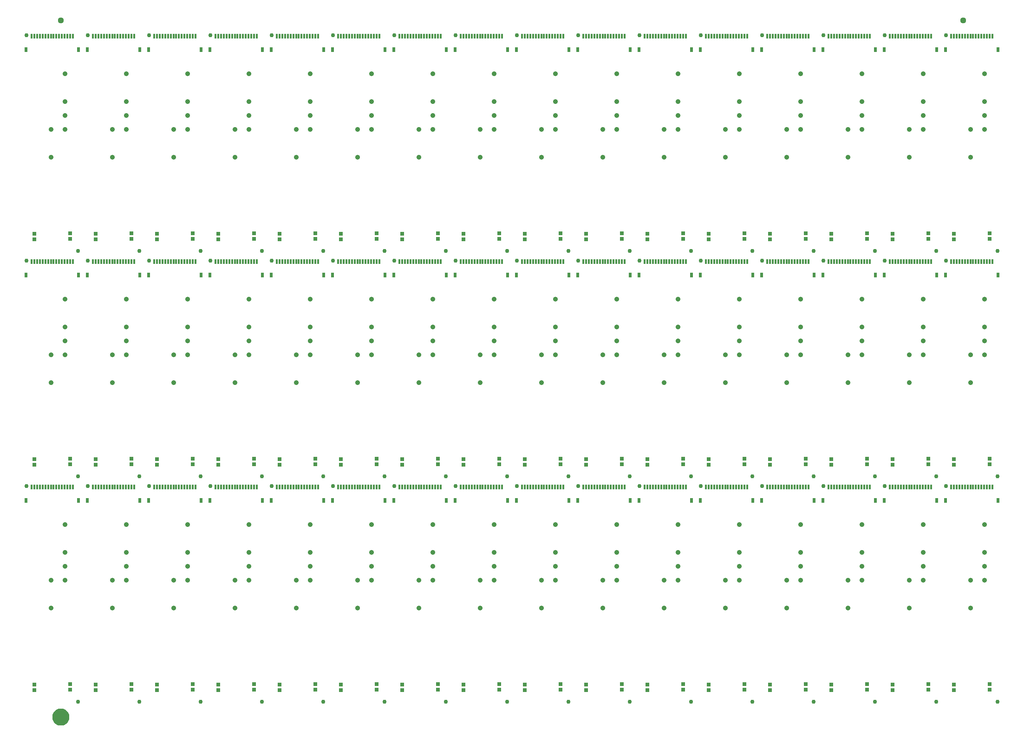
<source format=gbs>
G04 EAGLE Gerber RS-274X export*
G75*
%MOMM*%
%FSLAX34Y34*%
%LPD*%
%INSoldermask Bottom*%
%IPPOS*%
%AMOC8*
5,1,8,0,0,1.08239X$1,22.5*%
G01*
%ADD10C,0.762000*%
%ADD11R,0.727000X0.727000*%
%ADD12R,0.427000X0.927000*%
%ADD13R,0.527000X0.927000*%
%ADD14C,0.889000*%
%ADD15C,1.127000*%
%ADD16C,1.270000*%
%ADD17C,1.627000*%


D10*
X6350Y400050D03*
X100330Y6350D03*
D11*
X20955Y28020D03*
X20955Y38020D03*
X85725Y28655D03*
X85725Y38655D03*
D12*
X90840Y398945D03*
X85840Y398945D03*
D13*
X100840Y373945D03*
X5840Y373945D03*
D12*
X80840Y398945D03*
X75840Y398945D03*
X70840Y398945D03*
X65840Y398945D03*
X60840Y398945D03*
X55840Y398945D03*
X50840Y398945D03*
X45840Y398945D03*
X40840Y398945D03*
X35840Y398945D03*
X30840Y398945D03*
X25840Y398945D03*
X20840Y398945D03*
X15840Y398945D03*
D14*
X76200Y279400D03*
X50800Y177800D03*
X76200Y330200D03*
X50800Y228600D03*
X76200Y228600D03*
X76200Y254000D03*
D10*
X118110Y400050D03*
X212090Y6350D03*
D11*
X132715Y28020D03*
X132715Y38020D03*
X197485Y28655D03*
X197485Y38655D03*
D12*
X202600Y398945D03*
X197600Y398945D03*
D13*
X212600Y373945D03*
X117600Y373945D03*
D12*
X192600Y398945D03*
X187600Y398945D03*
X182600Y398945D03*
X177600Y398945D03*
X172600Y398945D03*
X167600Y398945D03*
X162600Y398945D03*
X157600Y398945D03*
X152600Y398945D03*
X147600Y398945D03*
X142600Y398945D03*
X137600Y398945D03*
X132600Y398945D03*
X127600Y398945D03*
D14*
X187960Y279400D03*
X162560Y177800D03*
X187960Y330200D03*
X162560Y228600D03*
X187960Y228600D03*
X187960Y254000D03*
D10*
X229870Y400050D03*
X323850Y6350D03*
D11*
X244475Y28020D03*
X244475Y38020D03*
X309245Y28655D03*
X309245Y38655D03*
D12*
X314360Y398945D03*
X309360Y398945D03*
D13*
X324360Y373945D03*
X229360Y373945D03*
D12*
X304360Y398945D03*
X299360Y398945D03*
X294360Y398945D03*
X289360Y398945D03*
X284360Y398945D03*
X279360Y398945D03*
X274360Y398945D03*
X269360Y398945D03*
X264360Y398945D03*
X259360Y398945D03*
X254360Y398945D03*
X249360Y398945D03*
X244360Y398945D03*
X239360Y398945D03*
D14*
X299720Y279400D03*
X274320Y177800D03*
X299720Y330200D03*
X274320Y228600D03*
X299720Y228600D03*
X299720Y254000D03*
D10*
X341630Y400050D03*
X435610Y6350D03*
D11*
X356235Y28020D03*
X356235Y38020D03*
X421005Y28655D03*
X421005Y38655D03*
D12*
X426120Y398945D03*
X421120Y398945D03*
D13*
X436120Y373945D03*
X341120Y373945D03*
D12*
X416120Y398945D03*
X411120Y398945D03*
X406120Y398945D03*
X401120Y398945D03*
X396120Y398945D03*
X391120Y398945D03*
X386120Y398945D03*
X381120Y398945D03*
X376120Y398945D03*
X371120Y398945D03*
X366120Y398945D03*
X361120Y398945D03*
X356120Y398945D03*
X351120Y398945D03*
D14*
X411480Y279400D03*
X386080Y177800D03*
X411480Y330200D03*
X386080Y228600D03*
X411480Y228600D03*
X411480Y254000D03*
D10*
X453390Y400050D03*
X547370Y6350D03*
D11*
X467995Y28020D03*
X467995Y38020D03*
X532765Y28655D03*
X532765Y38655D03*
D12*
X537880Y398945D03*
X532880Y398945D03*
D13*
X547880Y373945D03*
X452880Y373945D03*
D12*
X527880Y398945D03*
X522880Y398945D03*
X517880Y398945D03*
X512880Y398945D03*
X507880Y398945D03*
X502880Y398945D03*
X497880Y398945D03*
X492880Y398945D03*
X487880Y398945D03*
X482880Y398945D03*
X477880Y398945D03*
X472880Y398945D03*
X467880Y398945D03*
X462880Y398945D03*
D14*
X523240Y279400D03*
X497840Y177800D03*
X523240Y330200D03*
X497840Y228600D03*
X523240Y228600D03*
X523240Y254000D03*
D10*
X565150Y400050D03*
X659130Y6350D03*
D11*
X579755Y28020D03*
X579755Y38020D03*
X644525Y28655D03*
X644525Y38655D03*
D12*
X649640Y398945D03*
X644640Y398945D03*
D13*
X659640Y373945D03*
X564640Y373945D03*
D12*
X639640Y398945D03*
X634640Y398945D03*
X629640Y398945D03*
X624640Y398945D03*
X619640Y398945D03*
X614640Y398945D03*
X609640Y398945D03*
X604640Y398945D03*
X599640Y398945D03*
X594640Y398945D03*
X589640Y398945D03*
X584640Y398945D03*
X579640Y398945D03*
X574640Y398945D03*
D14*
X635000Y279400D03*
X609600Y177800D03*
X635000Y330200D03*
X609600Y228600D03*
X635000Y228600D03*
X635000Y254000D03*
D10*
X676910Y400050D03*
X770890Y6350D03*
D11*
X691515Y28020D03*
X691515Y38020D03*
X756285Y28655D03*
X756285Y38655D03*
D12*
X761400Y398945D03*
X756400Y398945D03*
D13*
X771400Y373945D03*
X676400Y373945D03*
D12*
X751400Y398945D03*
X746400Y398945D03*
X741400Y398945D03*
X736400Y398945D03*
X731400Y398945D03*
X726400Y398945D03*
X721400Y398945D03*
X716400Y398945D03*
X711400Y398945D03*
X706400Y398945D03*
X701400Y398945D03*
X696400Y398945D03*
X691400Y398945D03*
X686400Y398945D03*
D14*
X746760Y279400D03*
X721360Y177800D03*
X746760Y330200D03*
X721360Y228600D03*
X746760Y228600D03*
X746760Y254000D03*
D10*
X788670Y400050D03*
X882650Y6350D03*
D11*
X803275Y28020D03*
X803275Y38020D03*
X868045Y28655D03*
X868045Y38655D03*
D12*
X873160Y398945D03*
X868160Y398945D03*
D13*
X883160Y373945D03*
X788160Y373945D03*
D12*
X863160Y398945D03*
X858160Y398945D03*
X853160Y398945D03*
X848160Y398945D03*
X843160Y398945D03*
X838160Y398945D03*
X833160Y398945D03*
X828160Y398945D03*
X823160Y398945D03*
X818160Y398945D03*
X813160Y398945D03*
X808160Y398945D03*
X803160Y398945D03*
X798160Y398945D03*
D14*
X858520Y279400D03*
X833120Y177800D03*
X858520Y330200D03*
X833120Y228600D03*
X858520Y228600D03*
X858520Y254000D03*
D10*
X900430Y400050D03*
X994410Y6350D03*
D11*
X915035Y28020D03*
X915035Y38020D03*
X979805Y28655D03*
X979805Y38655D03*
D12*
X984920Y398945D03*
X979920Y398945D03*
D13*
X994920Y373945D03*
X899920Y373945D03*
D12*
X974920Y398945D03*
X969920Y398945D03*
X964920Y398945D03*
X959920Y398945D03*
X954920Y398945D03*
X949920Y398945D03*
X944920Y398945D03*
X939920Y398945D03*
X934920Y398945D03*
X929920Y398945D03*
X924920Y398945D03*
X919920Y398945D03*
X914920Y398945D03*
X909920Y398945D03*
D14*
X970280Y279400D03*
X944880Y177800D03*
X970280Y330200D03*
X944880Y228600D03*
X970280Y228600D03*
X970280Y254000D03*
D10*
X1012190Y400050D03*
X1106170Y6350D03*
D11*
X1026795Y28020D03*
X1026795Y38020D03*
X1091565Y28655D03*
X1091565Y38655D03*
D12*
X1096680Y398945D03*
X1091680Y398945D03*
D13*
X1106680Y373945D03*
X1011680Y373945D03*
D12*
X1086680Y398945D03*
X1081680Y398945D03*
X1076680Y398945D03*
X1071680Y398945D03*
X1066680Y398945D03*
X1061680Y398945D03*
X1056680Y398945D03*
X1051680Y398945D03*
X1046680Y398945D03*
X1041680Y398945D03*
X1036680Y398945D03*
X1031680Y398945D03*
X1026680Y398945D03*
X1021680Y398945D03*
D14*
X1082040Y279400D03*
X1056640Y177800D03*
X1082040Y330200D03*
X1056640Y228600D03*
X1082040Y228600D03*
X1082040Y254000D03*
D10*
X1123950Y400050D03*
X1217930Y6350D03*
D11*
X1138555Y28020D03*
X1138555Y38020D03*
X1203325Y28655D03*
X1203325Y38655D03*
D12*
X1208440Y398945D03*
X1203440Y398945D03*
D13*
X1218440Y373945D03*
X1123440Y373945D03*
D12*
X1198440Y398945D03*
X1193440Y398945D03*
X1188440Y398945D03*
X1183440Y398945D03*
X1178440Y398945D03*
X1173440Y398945D03*
X1168440Y398945D03*
X1163440Y398945D03*
X1158440Y398945D03*
X1153440Y398945D03*
X1148440Y398945D03*
X1143440Y398945D03*
X1138440Y398945D03*
X1133440Y398945D03*
D14*
X1193800Y279400D03*
X1168400Y177800D03*
X1193800Y330200D03*
X1168400Y228600D03*
X1193800Y228600D03*
X1193800Y254000D03*
D10*
X1235710Y400050D03*
X1329690Y6350D03*
D11*
X1250315Y28020D03*
X1250315Y38020D03*
X1315085Y28655D03*
X1315085Y38655D03*
D12*
X1320200Y398945D03*
X1315200Y398945D03*
D13*
X1330200Y373945D03*
X1235200Y373945D03*
D12*
X1310200Y398945D03*
X1305200Y398945D03*
X1300200Y398945D03*
X1295200Y398945D03*
X1290200Y398945D03*
X1285200Y398945D03*
X1280200Y398945D03*
X1275200Y398945D03*
X1270200Y398945D03*
X1265200Y398945D03*
X1260200Y398945D03*
X1255200Y398945D03*
X1250200Y398945D03*
X1245200Y398945D03*
D14*
X1305560Y279400D03*
X1280160Y177800D03*
X1305560Y330200D03*
X1280160Y228600D03*
X1305560Y228600D03*
X1305560Y254000D03*
D10*
X1347470Y400050D03*
X1441450Y6350D03*
D11*
X1362075Y28020D03*
X1362075Y38020D03*
X1426845Y28655D03*
X1426845Y38655D03*
D12*
X1431960Y398945D03*
X1426960Y398945D03*
D13*
X1441960Y373945D03*
X1346960Y373945D03*
D12*
X1421960Y398945D03*
X1416960Y398945D03*
X1411960Y398945D03*
X1406960Y398945D03*
X1401960Y398945D03*
X1396960Y398945D03*
X1391960Y398945D03*
X1386960Y398945D03*
X1381960Y398945D03*
X1376960Y398945D03*
X1371960Y398945D03*
X1366960Y398945D03*
X1361960Y398945D03*
X1356960Y398945D03*
D14*
X1417320Y279400D03*
X1391920Y177800D03*
X1417320Y330200D03*
X1391920Y228600D03*
X1417320Y228600D03*
X1417320Y254000D03*
D10*
X1459230Y400050D03*
X1553210Y6350D03*
D11*
X1473835Y28020D03*
X1473835Y38020D03*
X1538605Y28655D03*
X1538605Y38655D03*
D12*
X1543720Y398945D03*
X1538720Y398945D03*
D13*
X1553720Y373945D03*
X1458720Y373945D03*
D12*
X1533720Y398945D03*
X1528720Y398945D03*
X1523720Y398945D03*
X1518720Y398945D03*
X1513720Y398945D03*
X1508720Y398945D03*
X1503720Y398945D03*
X1498720Y398945D03*
X1493720Y398945D03*
X1488720Y398945D03*
X1483720Y398945D03*
X1478720Y398945D03*
X1473720Y398945D03*
X1468720Y398945D03*
D14*
X1529080Y279400D03*
X1503680Y177800D03*
X1529080Y330200D03*
X1503680Y228600D03*
X1529080Y228600D03*
X1529080Y254000D03*
D10*
X1570990Y400050D03*
X1664970Y6350D03*
D11*
X1585595Y28020D03*
X1585595Y38020D03*
X1650365Y28655D03*
X1650365Y38655D03*
D12*
X1655480Y398945D03*
X1650480Y398945D03*
D13*
X1665480Y373945D03*
X1570480Y373945D03*
D12*
X1645480Y398945D03*
X1640480Y398945D03*
X1635480Y398945D03*
X1630480Y398945D03*
X1625480Y398945D03*
X1620480Y398945D03*
X1615480Y398945D03*
X1610480Y398945D03*
X1605480Y398945D03*
X1600480Y398945D03*
X1595480Y398945D03*
X1590480Y398945D03*
X1585480Y398945D03*
X1580480Y398945D03*
D14*
X1640840Y279400D03*
X1615440Y177800D03*
X1640840Y330200D03*
X1615440Y228600D03*
X1640840Y228600D03*
X1640840Y254000D03*
D10*
X1682750Y400050D03*
X1776730Y6350D03*
D11*
X1697355Y28020D03*
X1697355Y38020D03*
X1762125Y28655D03*
X1762125Y38655D03*
D12*
X1767240Y398945D03*
X1762240Y398945D03*
D13*
X1777240Y373945D03*
X1682240Y373945D03*
D12*
X1757240Y398945D03*
X1752240Y398945D03*
X1747240Y398945D03*
X1742240Y398945D03*
X1737240Y398945D03*
X1732240Y398945D03*
X1727240Y398945D03*
X1722240Y398945D03*
X1717240Y398945D03*
X1712240Y398945D03*
X1707240Y398945D03*
X1702240Y398945D03*
X1697240Y398945D03*
X1692240Y398945D03*
D14*
X1752600Y279400D03*
X1727200Y177800D03*
X1752600Y330200D03*
X1727200Y228600D03*
X1752600Y228600D03*
X1752600Y254000D03*
D10*
X6350Y811530D03*
X100330Y417830D03*
D11*
X20955Y439500D03*
X20955Y449500D03*
X85725Y440135D03*
X85725Y450135D03*
D12*
X90840Y810425D03*
X85840Y810425D03*
D13*
X100840Y785425D03*
X5840Y785425D03*
D12*
X80840Y810425D03*
X75840Y810425D03*
X70840Y810425D03*
X65840Y810425D03*
X60840Y810425D03*
X55840Y810425D03*
X50840Y810425D03*
X45840Y810425D03*
X40840Y810425D03*
X35840Y810425D03*
X30840Y810425D03*
X25840Y810425D03*
X20840Y810425D03*
X15840Y810425D03*
D14*
X76200Y690880D03*
X50800Y589280D03*
X76200Y741680D03*
X50800Y640080D03*
X76200Y640080D03*
X76200Y665480D03*
D10*
X118110Y811530D03*
X212090Y417830D03*
D11*
X132715Y439500D03*
X132715Y449500D03*
X197485Y440135D03*
X197485Y450135D03*
D12*
X202600Y810425D03*
X197600Y810425D03*
D13*
X212600Y785425D03*
X117600Y785425D03*
D12*
X192600Y810425D03*
X187600Y810425D03*
X182600Y810425D03*
X177600Y810425D03*
X172600Y810425D03*
X167600Y810425D03*
X162600Y810425D03*
X157600Y810425D03*
X152600Y810425D03*
X147600Y810425D03*
X142600Y810425D03*
X137600Y810425D03*
X132600Y810425D03*
X127600Y810425D03*
D14*
X187960Y690880D03*
X162560Y589280D03*
X187960Y741680D03*
X162560Y640080D03*
X187960Y640080D03*
X187960Y665480D03*
D10*
X229870Y811530D03*
X323850Y417830D03*
D11*
X244475Y439500D03*
X244475Y449500D03*
X309245Y440135D03*
X309245Y450135D03*
D12*
X314360Y810425D03*
X309360Y810425D03*
D13*
X324360Y785425D03*
X229360Y785425D03*
D12*
X304360Y810425D03*
X299360Y810425D03*
X294360Y810425D03*
X289360Y810425D03*
X284360Y810425D03*
X279360Y810425D03*
X274360Y810425D03*
X269360Y810425D03*
X264360Y810425D03*
X259360Y810425D03*
X254360Y810425D03*
X249360Y810425D03*
X244360Y810425D03*
X239360Y810425D03*
D14*
X299720Y690880D03*
X274320Y589280D03*
X299720Y741680D03*
X274320Y640080D03*
X299720Y640080D03*
X299720Y665480D03*
D10*
X341630Y811530D03*
X435610Y417830D03*
D11*
X356235Y439500D03*
X356235Y449500D03*
X421005Y440135D03*
X421005Y450135D03*
D12*
X426120Y810425D03*
X421120Y810425D03*
D13*
X436120Y785425D03*
X341120Y785425D03*
D12*
X416120Y810425D03*
X411120Y810425D03*
X406120Y810425D03*
X401120Y810425D03*
X396120Y810425D03*
X391120Y810425D03*
X386120Y810425D03*
X381120Y810425D03*
X376120Y810425D03*
X371120Y810425D03*
X366120Y810425D03*
X361120Y810425D03*
X356120Y810425D03*
X351120Y810425D03*
D14*
X411480Y690880D03*
X386080Y589280D03*
X411480Y741680D03*
X386080Y640080D03*
X411480Y640080D03*
X411480Y665480D03*
D10*
X453390Y811530D03*
X547370Y417830D03*
D11*
X467995Y439500D03*
X467995Y449500D03*
X532765Y440135D03*
X532765Y450135D03*
D12*
X537880Y810425D03*
X532880Y810425D03*
D13*
X547880Y785425D03*
X452880Y785425D03*
D12*
X527880Y810425D03*
X522880Y810425D03*
X517880Y810425D03*
X512880Y810425D03*
X507880Y810425D03*
X502880Y810425D03*
X497880Y810425D03*
X492880Y810425D03*
X487880Y810425D03*
X482880Y810425D03*
X477880Y810425D03*
X472880Y810425D03*
X467880Y810425D03*
X462880Y810425D03*
D14*
X523240Y690880D03*
X497840Y589280D03*
X523240Y741680D03*
X497840Y640080D03*
X523240Y640080D03*
X523240Y665480D03*
D10*
X565150Y811530D03*
X659130Y417830D03*
D11*
X579755Y439500D03*
X579755Y449500D03*
X644525Y440135D03*
X644525Y450135D03*
D12*
X649640Y810425D03*
X644640Y810425D03*
D13*
X659640Y785425D03*
X564640Y785425D03*
D12*
X639640Y810425D03*
X634640Y810425D03*
X629640Y810425D03*
X624640Y810425D03*
X619640Y810425D03*
X614640Y810425D03*
X609640Y810425D03*
X604640Y810425D03*
X599640Y810425D03*
X594640Y810425D03*
X589640Y810425D03*
X584640Y810425D03*
X579640Y810425D03*
X574640Y810425D03*
D14*
X635000Y690880D03*
X609600Y589280D03*
X635000Y741680D03*
X609600Y640080D03*
X635000Y640080D03*
X635000Y665480D03*
D10*
X676910Y811530D03*
X770890Y417830D03*
D11*
X691515Y439500D03*
X691515Y449500D03*
X756285Y440135D03*
X756285Y450135D03*
D12*
X761400Y810425D03*
X756400Y810425D03*
D13*
X771400Y785425D03*
X676400Y785425D03*
D12*
X751400Y810425D03*
X746400Y810425D03*
X741400Y810425D03*
X736400Y810425D03*
X731400Y810425D03*
X726400Y810425D03*
X721400Y810425D03*
X716400Y810425D03*
X711400Y810425D03*
X706400Y810425D03*
X701400Y810425D03*
X696400Y810425D03*
X691400Y810425D03*
X686400Y810425D03*
D14*
X746760Y690880D03*
X721360Y589280D03*
X746760Y741680D03*
X721360Y640080D03*
X746760Y640080D03*
X746760Y665480D03*
D10*
X788670Y811530D03*
X882650Y417830D03*
D11*
X803275Y439500D03*
X803275Y449500D03*
X868045Y440135D03*
X868045Y450135D03*
D12*
X873160Y810425D03*
X868160Y810425D03*
D13*
X883160Y785425D03*
X788160Y785425D03*
D12*
X863160Y810425D03*
X858160Y810425D03*
X853160Y810425D03*
X848160Y810425D03*
X843160Y810425D03*
X838160Y810425D03*
X833160Y810425D03*
X828160Y810425D03*
X823160Y810425D03*
X818160Y810425D03*
X813160Y810425D03*
X808160Y810425D03*
X803160Y810425D03*
X798160Y810425D03*
D14*
X858520Y690880D03*
X833120Y589280D03*
X858520Y741680D03*
X833120Y640080D03*
X858520Y640080D03*
X858520Y665480D03*
D10*
X900430Y811530D03*
X994410Y417830D03*
D11*
X915035Y439500D03*
X915035Y449500D03*
X979805Y440135D03*
X979805Y450135D03*
D12*
X984920Y810425D03*
X979920Y810425D03*
D13*
X994920Y785425D03*
X899920Y785425D03*
D12*
X974920Y810425D03*
X969920Y810425D03*
X964920Y810425D03*
X959920Y810425D03*
X954920Y810425D03*
X949920Y810425D03*
X944920Y810425D03*
X939920Y810425D03*
X934920Y810425D03*
X929920Y810425D03*
X924920Y810425D03*
X919920Y810425D03*
X914920Y810425D03*
X909920Y810425D03*
D14*
X970280Y690880D03*
X944880Y589280D03*
X970280Y741680D03*
X944880Y640080D03*
X970280Y640080D03*
X970280Y665480D03*
D10*
X1012190Y811530D03*
X1106170Y417830D03*
D11*
X1026795Y439500D03*
X1026795Y449500D03*
X1091565Y440135D03*
X1091565Y450135D03*
D12*
X1096680Y810425D03*
X1091680Y810425D03*
D13*
X1106680Y785425D03*
X1011680Y785425D03*
D12*
X1086680Y810425D03*
X1081680Y810425D03*
X1076680Y810425D03*
X1071680Y810425D03*
X1066680Y810425D03*
X1061680Y810425D03*
X1056680Y810425D03*
X1051680Y810425D03*
X1046680Y810425D03*
X1041680Y810425D03*
X1036680Y810425D03*
X1031680Y810425D03*
X1026680Y810425D03*
X1021680Y810425D03*
D14*
X1082040Y690880D03*
X1056640Y589280D03*
X1082040Y741680D03*
X1056640Y640080D03*
X1082040Y640080D03*
X1082040Y665480D03*
D10*
X1123950Y811530D03*
X1217930Y417830D03*
D11*
X1138555Y439500D03*
X1138555Y449500D03*
X1203325Y440135D03*
X1203325Y450135D03*
D12*
X1208440Y810425D03*
X1203440Y810425D03*
D13*
X1218440Y785425D03*
X1123440Y785425D03*
D12*
X1198440Y810425D03*
X1193440Y810425D03*
X1188440Y810425D03*
X1183440Y810425D03*
X1178440Y810425D03*
X1173440Y810425D03*
X1168440Y810425D03*
X1163440Y810425D03*
X1158440Y810425D03*
X1153440Y810425D03*
X1148440Y810425D03*
X1143440Y810425D03*
X1138440Y810425D03*
X1133440Y810425D03*
D14*
X1193800Y690880D03*
X1168400Y589280D03*
X1193800Y741680D03*
X1168400Y640080D03*
X1193800Y640080D03*
X1193800Y665480D03*
D10*
X1235710Y811530D03*
X1329690Y417830D03*
D11*
X1250315Y439500D03*
X1250315Y449500D03*
X1315085Y440135D03*
X1315085Y450135D03*
D12*
X1320200Y810425D03*
X1315200Y810425D03*
D13*
X1330200Y785425D03*
X1235200Y785425D03*
D12*
X1310200Y810425D03*
X1305200Y810425D03*
X1300200Y810425D03*
X1295200Y810425D03*
X1290200Y810425D03*
X1285200Y810425D03*
X1280200Y810425D03*
X1275200Y810425D03*
X1270200Y810425D03*
X1265200Y810425D03*
X1260200Y810425D03*
X1255200Y810425D03*
X1250200Y810425D03*
X1245200Y810425D03*
D14*
X1305560Y690880D03*
X1280160Y589280D03*
X1305560Y741680D03*
X1280160Y640080D03*
X1305560Y640080D03*
X1305560Y665480D03*
D10*
X1347470Y811530D03*
X1441450Y417830D03*
D11*
X1362075Y439500D03*
X1362075Y449500D03*
X1426845Y440135D03*
X1426845Y450135D03*
D12*
X1431960Y810425D03*
X1426960Y810425D03*
D13*
X1441960Y785425D03*
X1346960Y785425D03*
D12*
X1421960Y810425D03*
X1416960Y810425D03*
X1411960Y810425D03*
X1406960Y810425D03*
X1401960Y810425D03*
X1396960Y810425D03*
X1391960Y810425D03*
X1386960Y810425D03*
X1381960Y810425D03*
X1376960Y810425D03*
X1371960Y810425D03*
X1366960Y810425D03*
X1361960Y810425D03*
X1356960Y810425D03*
D14*
X1417320Y690880D03*
X1391920Y589280D03*
X1417320Y741680D03*
X1391920Y640080D03*
X1417320Y640080D03*
X1417320Y665480D03*
D10*
X1459230Y811530D03*
X1553210Y417830D03*
D11*
X1473835Y439500D03*
X1473835Y449500D03*
X1538605Y440135D03*
X1538605Y450135D03*
D12*
X1543720Y810425D03*
X1538720Y810425D03*
D13*
X1553720Y785425D03*
X1458720Y785425D03*
D12*
X1533720Y810425D03*
X1528720Y810425D03*
X1523720Y810425D03*
X1518720Y810425D03*
X1513720Y810425D03*
X1508720Y810425D03*
X1503720Y810425D03*
X1498720Y810425D03*
X1493720Y810425D03*
X1488720Y810425D03*
X1483720Y810425D03*
X1478720Y810425D03*
X1473720Y810425D03*
X1468720Y810425D03*
D14*
X1529080Y690880D03*
X1503680Y589280D03*
X1529080Y741680D03*
X1503680Y640080D03*
X1529080Y640080D03*
X1529080Y665480D03*
D10*
X1570990Y811530D03*
X1664970Y417830D03*
D11*
X1585595Y439500D03*
X1585595Y449500D03*
X1650365Y440135D03*
X1650365Y450135D03*
D12*
X1655480Y810425D03*
X1650480Y810425D03*
D13*
X1665480Y785425D03*
X1570480Y785425D03*
D12*
X1645480Y810425D03*
X1640480Y810425D03*
X1635480Y810425D03*
X1630480Y810425D03*
X1625480Y810425D03*
X1620480Y810425D03*
X1615480Y810425D03*
X1610480Y810425D03*
X1605480Y810425D03*
X1600480Y810425D03*
X1595480Y810425D03*
X1590480Y810425D03*
X1585480Y810425D03*
X1580480Y810425D03*
D14*
X1640840Y690880D03*
X1615440Y589280D03*
X1640840Y741680D03*
X1615440Y640080D03*
X1640840Y640080D03*
X1640840Y665480D03*
D10*
X1682750Y811530D03*
X1776730Y417830D03*
D11*
X1697355Y439500D03*
X1697355Y449500D03*
X1762125Y440135D03*
X1762125Y450135D03*
D12*
X1767240Y810425D03*
X1762240Y810425D03*
D13*
X1777240Y785425D03*
X1682240Y785425D03*
D12*
X1757240Y810425D03*
X1752240Y810425D03*
X1747240Y810425D03*
X1742240Y810425D03*
X1737240Y810425D03*
X1732240Y810425D03*
X1727240Y810425D03*
X1722240Y810425D03*
X1717240Y810425D03*
X1712240Y810425D03*
X1707240Y810425D03*
X1702240Y810425D03*
X1697240Y810425D03*
X1692240Y810425D03*
D14*
X1752600Y690880D03*
X1727200Y589280D03*
X1752600Y741680D03*
X1727200Y640080D03*
X1752600Y640080D03*
X1752600Y665480D03*
D10*
X6350Y1223010D03*
X100330Y829310D03*
D11*
X20955Y850980D03*
X20955Y860980D03*
X85725Y851615D03*
X85725Y861615D03*
D12*
X90840Y1221905D03*
X85840Y1221905D03*
D13*
X100840Y1196905D03*
X5840Y1196905D03*
D12*
X80840Y1221905D03*
X75840Y1221905D03*
X70840Y1221905D03*
X65840Y1221905D03*
X60840Y1221905D03*
X55840Y1221905D03*
X50840Y1221905D03*
X45840Y1221905D03*
X40840Y1221905D03*
X35840Y1221905D03*
X30840Y1221905D03*
X25840Y1221905D03*
X20840Y1221905D03*
X15840Y1221905D03*
D14*
X76200Y1102360D03*
X50800Y1000760D03*
X76200Y1153160D03*
X50800Y1051560D03*
X76200Y1051560D03*
X76200Y1076960D03*
D10*
X118110Y1223010D03*
X212090Y829310D03*
D11*
X132715Y850980D03*
X132715Y860980D03*
X197485Y851615D03*
X197485Y861615D03*
D12*
X202600Y1221905D03*
X197600Y1221905D03*
D13*
X212600Y1196905D03*
X117600Y1196905D03*
D12*
X192600Y1221905D03*
X187600Y1221905D03*
X182600Y1221905D03*
X177600Y1221905D03*
X172600Y1221905D03*
X167600Y1221905D03*
X162600Y1221905D03*
X157600Y1221905D03*
X152600Y1221905D03*
X147600Y1221905D03*
X142600Y1221905D03*
X137600Y1221905D03*
X132600Y1221905D03*
X127600Y1221905D03*
D14*
X187960Y1102360D03*
X162560Y1000760D03*
X187960Y1153160D03*
X162560Y1051560D03*
X187960Y1051560D03*
X187960Y1076960D03*
D10*
X229870Y1223010D03*
X323850Y829310D03*
D11*
X244475Y850980D03*
X244475Y860980D03*
X309245Y851615D03*
X309245Y861615D03*
D12*
X314360Y1221905D03*
X309360Y1221905D03*
D13*
X324360Y1196905D03*
X229360Y1196905D03*
D12*
X304360Y1221905D03*
X299360Y1221905D03*
X294360Y1221905D03*
X289360Y1221905D03*
X284360Y1221905D03*
X279360Y1221905D03*
X274360Y1221905D03*
X269360Y1221905D03*
X264360Y1221905D03*
X259360Y1221905D03*
X254360Y1221905D03*
X249360Y1221905D03*
X244360Y1221905D03*
X239360Y1221905D03*
D14*
X299720Y1102360D03*
X274320Y1000760D03*
X299720Y1153160D03*
X274320Y1051560D03*
X299720Y1051560D03*
X299720Y1076960D03*
D10*
X341630Y1223010D03*
X435610Y829310D03*
D11*
X356235Y850980D03*
X356235Y860980D03*
X421005Y851615D03*
X421005Y861615D03*
D12*
X426120Y1221905D03*
X421120Y1221905D03*
D13*
X436120Y1196905D03*
X341120Y1196905D03*
D12*
X416120Y1221905D03*
X411120Y1221905D03*
X406120Y1221905D03*
X401120Y1221905D03*
X396120Y1221905D03*
X391120Y1221905D03*
X386120Y1221905D03*
X381120Y1221905D03*
X376120Y1221905D03*
X371120Y1221905D03*
X366120Y1221905D03*
X361120Y1221905D03*
X356120Y1221905D03*
X351120Y1221905D03*
D14*
X411480Y1102360D03*
X386080Y1000760D03*
X411480Y1153160D03*
X386080Y1051560D03*
X411480Y1051560D03*
X411480Y1076960D03*
D10*
X453390Y1223010D03*
X547370Y829310D03*
D11*
X467995Y850980D03*
X467995Y860980D03*
X532765Y851615D03*
X532765Y861615D03*
D12*
X537880Y1221905D03*
X532880Y1221905D03*
D13*
X547880Y1196905D03*
X452880Y1196905D03*
D12*
X527880Y1221905D03*
X522880Y1221905D03*
X517880Y1221905D03*
X512880Y1221905D03*
X507880Y1221905D03*
X502880Y1221905D03*
X497880Y1221905D03*
X492880Y1221905D03*
X487880Y1221905D03*
X482880Y1221905D03*
X477880Y1221905D03*
X472880Y1221905D03*
X467880Y1221905D03*
X462880Y1221905D03*
D14*
X523240Y1102360D03*
X497840Y1000760D03*
X523240Y1153160D03*
X497840Y1051560D03*
X523240Y1051560D03*
X523240Y1076960D03*
D10*
X565150Y1223010D03*
X659130Y829310D03*
D11*
X579755Y850980D03*
X579755Y860980D03*
X644525Y851615D03*
X644525Y861615D03*
D12*
X649640Y1221905D03*
X644640Y1221905D03*
D13*
X659640Y1196905D03*
X564640Y1196905D03*
D12*
X639640Y1221905D03*
X634640Y1221905D03*
X629640Y1221905D03*
X624640Y1221905D03*
X619640Y1221905D03*
X614640Y1221905D03*
X609640Y1221905D03*
X604640Y1221905D03*
X599640Y1221905D03*
X594640Y1221905D03*
X589640Y1221905D03*
X584640Y1221905D03*
X579640Y1221905D03*
X574640Y1221905D03*
D14*
X635000Y1102360D03*
X609600Y1000760D03*
X635000Y1153160D03*
X609600Y1051560D03*
X635000Y1051560D03*
X635000Y1076960D03*
D10*
X676910Y1223010D03*
X770890Y829310D03*
D11*
X691515Y850980D03*
X691515Y860980D03*
X756285Y851615D03*
X756285Y861615D03*
D12*
X761400Y1221905D03*
X756400Y1221905D03*
D13*
X771400Y1196905D03*
X676400Y1196905D03*
D12*
X751400Y1221905D03*
X746400Y1221905D03*
X741400Y1221905D03*
X736400Y1221905D03*
X731400Y1221905D03*
X726400Y1221905D03*
X721400Y1221905D03*
X716400Y1221905D03*
X711400Y1221905D03*
X706400Y1221905D03*
X701400Y1221905D03*
X696400Y1221905D03*
X691400Y1221905D03*
X686400Y1221905D03*
D14*
X746760Y1102360D03*
X721360Y1000760D03*
X746760Y1153160D03*
X721360Y1051560D03*
X746760Y1051560D03*
X746760Y1076960D03*
D10*
X788670Y1223010D03*
X882650Y829310D03*
D11*
X803275Y850980D03*
X803275Y860980D03*
X868045Y851615D03*
X868045Y861615D03*
D12*
X873160Y1221905D03*
X868160Y1221905D03*
D13*
X883160Y1196905D03*
X788160Y1196905D03*
D12*
X863160Y1221905D03*
X858160Y1221905D03*
X853160Y1221905D03*
X848160Y1221905D03*
X843160Y1221905D03*
X838160Y1221905D03*
X833160Y1221905D03*
X828160Y1221905D03*
X823160Y1221905D03*
X818160Y1221905D03*
X813160Y1221905D03*
X808160Y1221905D03*
X803160Y1221905D03*
X798160Y1221905D03*
D14*
X858520Y1102360D03*
X833120Y1000760D03*
X858520Y1153160D03*
X833120Y1051560D03*
X858520Y1051560D03*
X858520Y1076960D03*
D10*
X900430Y1223010D03*
X994410Y829310D03*
D11*
X915035Y850980D03*
X915035Y860980D03*
X979805Y851615D03*
X979805Y861615D03*
D12*
X984920Y1221905D03*
X979920Y1221905D03*
D13*
X994920Y1196905D03*
X899920Y1196905D03*
D12*
X974920Y1221905D03*
X969920Y1221905D03*
X964920Y1221905D03*
X959920Y1221905D03*
X954920Y1221905D03*
X949920Y1221905D03*
X944920Y1221905D03*
X939920Y1221905D03*
X934920Y1221905D03*
X929920Y1221905D03*
X924920Y1221905D03*
X919920Y1221905D03*
X914920Y1221905D03*
X909920Y1221905D03*
D14*
X970280Y1102360D03*
X944880Y1000760D03*
X970280Y1153160D03*
X944880Y1051560D03*
X970280Y1051560D03*
X970280Y1076960D03*
D10*
X1012190Y1223010D03*
X1106170Y829310D03*
D11*
X1026795Y850980D03*
X1026795Y860980D03*
X1091565Y851615D03*
X1091565Y861615D03*
D12*
X1096680Y1221905D03*
X1091680Y1221905D03*
D13*
X1106680Y1196905D03*
X1011680Y1196905D03*
D12*
X1086680Y1221905D03*
X1081680Y1221905D03*
X1076680Y1221905D03*
X1071680Y1221905D03*
X1066680Y1221905D03*
X1061680Y1221905D03*
X1056680Y1221905D03*
X1051680Y1221905D03*
X1046680Y1221905D03*
X1041680Y1221905D03*
X1036680Y1221905D03*
X1031680Y1221905D03*
X1026680Y1221905D03*
X1021680Y1221905D03*
D14*
X1082040Y1102360D03*
X1056640Y1000760D03*
X1082040Y1153160D03*
X1056640Y1051560D03*
X1082040Y1051560D03*
X1082040Y1076960D03*
D10*
X1123950Y1223010D03*
X1217930Y829310D03*
D11*
X1138555Y850980D03*
X1138555Y860980D03*
X1203325Y851615D03*
X1203325Y861615D03*
D12*
X1208440Y1221905D03*
X1203440Y1221905D03*
D13*
X1218440Y1196905D03*
X1123440Y1196905D03*
D12*
X1198440Y1221905D03*
X1193440Y1221905D03*
X1188440Y1221905D03*
X1183440Y1221905D03*
X1178440Y1221905D03*
X1173440Y1221905D03*
X1168440Y1221905D03*
X1163440Y1221905D03*
X1158440Y1221905D03*
X1153440Y1221905D03*
X1148440Y1221905D03*
X1143440Y1221905D03*
X1138440Y1221905D03*
X1133440Y1221905D03*
D14*
X1193800Y1102360D03*
X1168400Y1000760D03*
X1193800Y1153160D03*
X1168400Y1051560D03*
X1193800Y1051560D03*
X1193800Y1076960D03*
D10*
X1235710Y1223010D03*
X1329690Y829310D03*
D11*
X1250315Y850980D03*
X1250315Y860980D03*
X1315085Y851615D03*
X1315085Y861615D03*
D12*
X1320200Y1221905D03*
X1315200Y1221905D03*
D13*
X1330200Y1196905D03*
X1235200Y1196905D03*
D12*
X1310200Y1221905D03*
X1305200Y1221905D03*
X1300200Y1221905D03*
X1295200Y1221905D03*
X1290200Y1221905D03*
X1285200Y1221905D03*
X1280200Y1221905D03*
X1275200Y1221905D03*
X1270200Y1221905D03*
X1265200Y1221905D03*
X1260200Y1221905D03*
X1255200Y1221905D03*
X1250200Y1221905D03*
X1245200Y1221905D03*
D14*
X1305560Y1102360D03*
X1280160Y1000760D03*
X1305560Y1153160D03*
X1280160Y1051560D03*
X1305560Y1051560D03*
X1305560Y1076960D03*
D10*
X1347470Y1223010D03*
X1441450Y829310D03*
D11*
X1362075Y850980D03*
X1362075Y860980D03*
X1426845Y851615D03*
X1426845Y861615D03*
D12*
X1431960Y1221905D03*
X1426960Y1221905D03*
D13*
X1441960Y1196905D03*
X1346960Y1196905D03*
D12*
X1421960Y1221905D03*
X1416960Y1221905D03*
X1411960Y1221905D03*
X1406960Y1221905D03*
X1401960Y1221905D03*
X1396960Y1221905D03*
X1391960Y1221905D03*
X1386960Y1221905D03*
X1381960Y1221905D03*
X1376960Y1221905D03*
X1371960Y1221905D03*
X1366960Y1221905D03*
X1361960Y1221905D03*
X1356960Y1221905D03*
D14*
X1417320Y1102360D03*
X1391920Y1000760D03*
X1417320Y1153160D03*
X1391920Y1051560D03*
X1417320Y1051560D03*
X1417320Y1076960D03*
D10*
X1459230Y1223010D03*
X1553210Y829310D03*
D11*
X1473835Y850980D03*
X1473835Y860980D03*
X1538605Y851615D03*
X1538605Y861615D03*
D12*
X1543720Y1221905D03*
X1538720Y1221905D03*
D13*
X1553720Y1196905D03*
X1458720Y1196905D03*
D12*
X1533720Y1221905D03*
X1528720Y1221905D03*
X1523720Y1221905D03*
X1518720Y1221905D03*
X1513720Y1221905D03*
X1508720Y1221905D03*
X1503720Y1221905D03*
X1498720Y1221905D03*
X1493720Y1221905D03*
X1488720Y1221905D03*
X1483720Y1221905D03*
X1478720Y1221905D03*
X1473720Y1221905D03*
X1468720Y1221905D03*
D14*
X1529080Y1102360D03*
X1503680Y1000760D03*
X1529080Y1153160D03*
X1503680Y1051560D03*
X1529080Y1051560D03*
X1529080Y1076960D03*
D10*
X1570990Y1223010D03*
X1664970Y829310D03*
D11*
X1585595Y850980D03*
X1585595Y860980D03*
X1650365Y851615D03*
X1650365Y861615D03*
D12*
X1655480Y1221905D03*
X1650480Y1221905D03*
D13*
X1665480Y1196905D03*
X1570480Y1196905D03*
D12*
X1645480Y1221905D03*
X1640480Y1221905D03*
X1635480Y1221905D03*
X1630480Y1221905D03*
X1625480Y1221905D03*
X1620480Y1221905D03*
X1615480Y1221905D03*
X1610480Y1221905D03*
X1605480Y1221905D03*
X1600480Y1221905D03*
X1595480Y1221905D03*
X1590480Y1221905D03*
X1585480Y1221905D03*
X1580480Y1221905D03*
D14*
X1640840Y1102360D03*
X1615440Y1000760D03*
X1640840Y1153160D03*
X1615440Y1051560D03*
X1640840Y1051560D03*
X1640840Y1076960D03*
D10*
X1682750Y1223010D03*
X1776730Y829310D03*
D11*
X1697355Y850980D03*
X1697355Y860980D03*
X1762125Y851615D03*
X1762125Y861615D03*
D12*
X1767240Y1221905D03*
X1762240Y1221905D03*
D13*
X1777240Y1196905D03*
X1682240Y1196905D03*
D12*
X1757240Y1221905D03*
X1752240Y1221905D03*
X1747240Y1221905D03*
X1742240Y1221905D03*
X1737240Y1221905D03*
X1732240Y1221905D03*
X1727240Y1221905D03*
X1722240Y1221905D03*
X1717240Y1221905D03*
X1712240Y1221905D03*
X1707240Y1221905D03*
X1702240Y1221905D03*
X1697240Y1221905D03*
X1692240Y1221905D03*
D14*
X1752600Y1102360D03*
X1727200Y1000760D03*
X1752600Y1153160D03*
X1727200Y1051560D03*
X1752600Y1051560D03*
X1752600Y1076960D03*
D15*
X68580Y1250315D03*
X1713865Y1250315D03*
D16*
X59525Y-20955D02*
X59528Y-20733D01*
X59536Y-20511D01*
X59550Y-20289D01*
X59569Y-20067D01*
X59593Y-19847D01*
X59623Y-19626D01*
X59658Y-19407D01*
X59699Y-19188D01*
X59745Y-18971D01*
X59796Y-18755D01*
X59853Y-18540D01*
X59915Y-18326D01*
X59982Y-18115D01*
X60054Y-17904D01*
X60132Y-17696D01*
X60214Y-17490D01*
X60302Y-17286D01*
X60394Y-17083D01*
X60492Y-16884D01*
X60594Y-16687D01*
X60701Y-16492D01*
X60813Y-16300D01*
X60930Y-16111D01*
X61051Y-15924D01*
X61177Y-15741D01*
X61307Y-15561D01*
X61442Y-15384D01*
X61580Y-15211D01*
X61723Y-15041D01*
X61871Y-14874D01*
X62022Y-14711D01*
X62177Y-14552D01*
X62336Y-14397D01*
X62499Y-14246D01*
X62666Y-14098D01*
X62836Y-13955D01*
X63009Y-13817D01*
X63186Y-13682D01*
X63366Y-13552D01*
X63549Y-13426D01*
X63736Y-13305D01*
X63925Y-13188D01*
X64117Y-13076D01*
X64312Y-12969D01*
X64509Y-12867D01*
X64708Y-12769D01*
X64911Y-12677D01*
X65115Y-12589D01*
X65321Y-12507D01*
X65529Y-12429D01*
X65740Y-12357D01*
X65951Y-12290D01*
X66165Y-12228D01*
X66380Y-12171D01*
X66596Y-12120D01*
X66813Y-12074D01*
X67032Y-12033D01*
X67251Y-11998D01*
X67472Y-11968D01*
X67692Y-11944D01*
X67914Y-11925D01*
X68136Y-11911D01*
X68358Y-11903D01*
X68580Y-11900D01*
X68802Y-11903D01*
X69024Y-11911D01*
X69246Y-11925D01*
X69468Y-11944D01*
X69688Y-11968D01*
X69909Y-11998D01*
X70128Y-12033D01*
X70347Y-12074D01*
X70564Y-12120D01*
X70780Y-12171D01*
X70995Y-12228D01*
X71209Y-12290D01*
X71420Y-12357D01*
X71631Y-12429D01*
X71839Y-12507D01*
X72045Y-12589D01*
X72249Y-12677D01*
X72452Y-12769D01*
X72651Y-12867D01*
X72848Y-12969D01*
X73043Y-13076D01*
X73235Y-13188D01*
X73424Y-13305D01*
X73611Y-13426D01*
X73794Y-13552D01*
X73974Y-13682D01*
X74151Y-13817D01*
X74324Y-13955D01*
X74494Y-14098D01*
X74661Y-14246D01*
X74824Y-14397D01*
X74983Y-14552D01*
X75138Y-14711D01*
X75289Y-14874D01*
X75437Y-15041D01*
X75580Y-15211D01*
X75718Y-15384D01*
X75853Y-15561D01*
X75983Y-15741D01*
X76109Y-15924D01*
X76230Y-16111D01*
X76347Y-16300D01*
X76459Y-16492D01*
X76566Y-16687D01*
X76668Y-16884D01*
X76766Y-17083D01*
X76858Y-17286D01*
X76946Y-17490D01*
X77028Y-17696D01*
X77106Y-17904D01*
X77178Y-18115D01*
X77245Y-18326D01*
X77307Y-18540D01*
X77364Y-18755D01*
X77415Y-18971D01*
X77461Y-19188D01*
X77502Y-19407D01*
X77537Y-19626D01*
X77567Y-19847D01*
X77591Y-20067D01*
X77610Y-20289D01*
X77624Y-20511D01*
X77632Y-20733D01*
X77635Y-20955D01*
X77632Y-21177D01*
X77624Y-21399D01*
X77610Y-21621D01*
X77591Y-21843D01*
X77567Y-22063D01*
X77537Y-22284D01*
X77502Y-22503D01*
X77461Y-22722D01*
X77415Y-22939D01*
X77364Y-23155D01*
X77307Y-23370D01*
X77245Y-23584D01*
X77178Y-23795D01*
X77106Y-24006D01*
X77028Y-24214D01*
X76946Y-24420D01*
X76858Y-24624D01*
X76766Y-24827D01*
X76668Y-25026D01*
X76566Y-25223D01*
X76459Y-25418D01*
X76347Y-25610D01*
X76230Y-25799D01*
X76109Y-25986D01*
X75983Y-26169D01*
X75853Y-26349D01*
X75718Y-26526D01*
X75580Y-26699D01*
X75437Y-26869D01*
X75289Y-27036D01*
X75138Y-27199D01*
X74983Y-27358D01*
X74824Y-27513D01*
X74661Y-27664D01*
X74494Y-27812D01*
X74324Y-27955D01*
X74151Y-28093D01*
X73974Y-28228D01*
X73794Y-28358D01*
X73611Y-28484D01*
X73424Y-28605D01*
X73235Y-28722D01*
X73043Y-28834D01*
X72848Y-28941D01*
X72651Y-29043D01*
X72452Y-29141D01*
X72249Y-29233D01*
X72045Y-29321D01*
X71839Y-29403D01*
X71631Y-29481D01*
X71420Y-29553D01*
X71209Y-29620D01*
X70995Y-29682D01*
X70780Y-29739D01*
X70564Y-29790D01*
X70347Y-29836D01*
X70128Y-29877D01*
X69909Y-29912D01*
X69688Y-29942D01*
X69468Y-29966D01*
X69246Y-29985D01*
X69024Y-29999D01*
X68802Y-30007D01*
X68580Y-30010D01*
X68358Y-30007D01*
X68136Y-29999D01*
X67914Y-29985D01*
X67692Y-29966D01*
X67472Y-29942D01*
X67251Y-29912D01*
X67032Y-29877D01*
X66813Y-29836D01*
X66596Y-29790D01*
X66380Y-29739D01*
X66165Y-29682D01*
X65951Y-29620D01*
X65740Y-29553D01*
X65529Y-29481D01*
X65321Y-29403D01*
X65115Y-29321D01*
X64911Y-29233D01*
X64708Y-29141D01*
X64509Y-29043D01*
X64312Y-28941D01*
X64117Y-28834D01*
X63925Y-28722D01*
X63736Y-28605D01*
X63549Y-28484D01*
X63366Y-28358D01*
X63186Y-28228D01*
X63009Y-28093D01*
X62836Y-27955D01*
X62666Y-27812D01*
X62499Y-27664D01*
X62336Y-27513D01*
X62177Y-27358D01*
X62022Y-27199D01*
X61871Y-27036D01*
X61723Y-26869D01*
X61580Y-26699D01*
X61442Y-26526D01*
X61307Y-26349D01*
X61177Y-26169D01*
X61051Y-25986D01*
X60930Y-25799D01*
X60813Y-25610D01*
X60701Y-25418D01*
X60594Y-25223D01*
X60492Y-25026D01*
X60394Y-24827D01*
X60302Y-24624D01*
X60214Y-24420D01*
X60132Y-24214D01*
X60054Y-24006D01*
X59982Y-23795D01*
X59915Y-23584D01*
X59853Y-23370D01*
X59796Y-23155D01*
X59745Y-22939D01*
X59699Y-22722D01*
X59658Y-22503D01*
X59623Y-22284D01*
X59593Y-22063D01*
X59569Y-21843D01*
X59550Y-21621D01*
X59536Y-21399D01*
X59528Y-21177D01*
X59525Y-20955D01*
D17*
X68580Y-20955D03*
M02*

</source>
